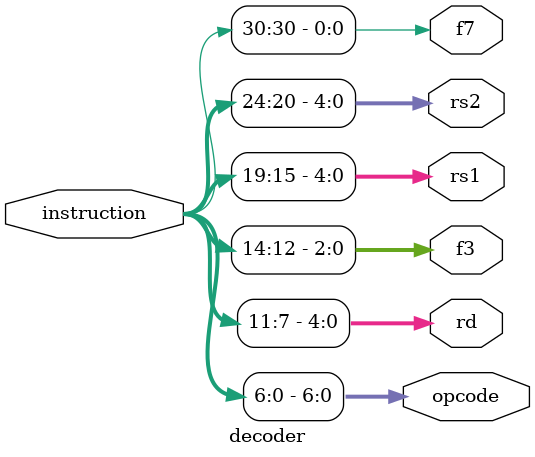
<source format=sv>
module decoder(
	input logic [31:0] instruction, 
	output logic [6:0] opcode,
	output logic [4:0] rd, 
	output logic [2:0] f3, 
	output logic [4:0] rs1,
	output logic [4:0] rs2,
	output logic f7 
	);
always_comb
begin
	opcode = instruction [6:0];
	rd = instruction[11:7];
	f3 = instruction[14:12];
	rs1 = instruction[19:15];
	rs2 = instruction[24:20];
	f7 = instruction [30];
end
endmodule : decoder
</source>
